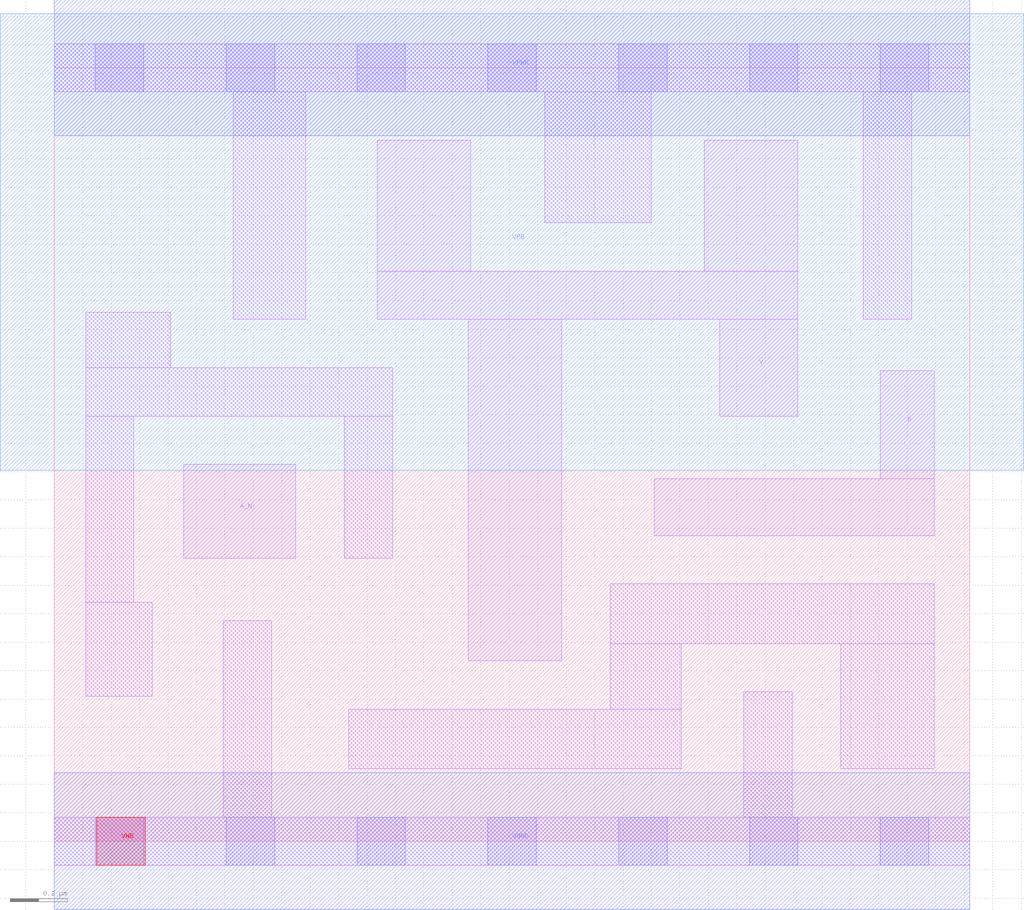
<source format=lef>
# Copyright 2020 The SkyWater PDK Authors
#
# Licensed under the Apache License, Version 2.0 (the "License");
# you may not use this file except in compliance with the License.
# You may obtain a copy of the License at
#
#     https://www.apache.org/licenses/LICENSE-2.0
#
# Unless required by applicable law or agreed to in writing, software
# distributed under the License is distributed on an "AS IS" BASIS,
# WITHOUT WARRANTIES OR CONDITIONS OF ANY KIND, either express or implied.
# See the License for the specific language governing permissions and
# limitations under the License.
#
# SPDX-License-Identifier: Apache-2.0

VERSION 5.7 ;
  NOWIREEXTENSIONATPIN ON ;
  DIVIDERCHAR "/" ;
  BUSBITCHARS "[]" ;
PROPERTYDEFINITIONS
  MACRO maskLayoutSubType STRING ;
  MACRO prCellType STRING ;
  MACRO originalViewName STRING ;
END PROPERTYDEFINITIONS
MACRO sky130_fd_sc_hdll__nand2b_2
  CLASS CORE ;
  FOREIGN sky130_fd_sc_hdll__nand2b_2 ;
  ORIGIN  0.000000  0.000000 ;
  SIZE  3.220000 BY  2.720000 ;
  SYMMETRY X Y R90 ;
  SITE unithd ;
  PIN A_N
    ANTENNAGATEAREA  0.138600 ;
    DIRECTION INPUT ;
    USE SIGNAL ;
    PORT
      LAYER li1 ;
        RECT 0.455000 0.995000 0.850000 1.325000 ;
    END
  END A_N
  PIN B
    ANTENNAGATEAREA  0.555000 ;
    DIRECTION INPUT ;
    USE SIGNAL ;
    PORT
      LAYER li1 ;
        RECT 2.110000 1.075000 3.095000 1.275000 ;
        RECT 2.905000 1.275000 3.095000 1.655000 ;
    END
  END B
  PIN Y
    ANTENNADIFFAREA  0.825500 ;
    DIRECTION OUTPUT ;
    USE SIGNAL ;
    PORT
      LAYER li1 ;
        RECT 1.135000 1.835000 2.615000 2.005000 ;
        RECT 1.135000 2.005000 1.465000 2.465000 ;
        RECT 1.455000 0.635000 1.785000 1.835000 ;
        RECT 2.285000 2.005000 2.615000 2.465000 ;
        RECT 2.340000 1.495000 2.615000 1.835000 ;
    END
  END Y
  PIN VGND
    DIRECTION INOUT ;
    USE GROUND ;
    PORT
      LAYER met1 ;
        RECT 0.000000 -0.240000 3.220000 0.240000 ;
    END
  END VGND
  PIN VNB
    DIRECTION INOUT ;
    USE GROUND ;
    PORT
      LAYER pwell ;
        RECT 0.150000 -0.085000 0.320000 0.085000 ;
    END
  END VNB
  PIN VPB
    DIRECTION INOUT ;
    USE POWER ;
    PORT
      LAYER nwell ;
        RECT -0.190000 1.305000 3.410000 2.910000 ;
    END
  END VPB
  PIN VPWR
    DIRECTION INOUT ;
    USE POWER ;
    PORT
      LAYER met1 ;
        RECT 0.000000 2.480000 3.220000 2.960000 ;
    END
  END VPWR
  OBS
    LAYER li1 ;
      RECT 0.000000 -0.085000 3.220000 0.085000 ;
      RECT 0.000000  2.635000 3.220000 2.805000 ;
      RECT 0.110000  0.510000 0.345000 0.840000 ;
      RECT 0.110000  0.840000 0.280000 1.495000 ;
      RECT 0.110000  1.495000 1.190000 1.665000 ;
      RECT 0.110000  1.665000 0.410000 1.860000 ;
      RECT 0.595000  0.085000 0.765000 0.775000 ;
      RECT 0.630000  1.835000 0.885000 2.635000 ;
      RECT 1.020000  0.995000 1.190000 1.495000 ;
      RECT 1.035000  0.255000 2.205000 0.465000 ;
      RECT 1.725000  2.175000 2.100000 2.635000 ;
      RECT 1.955000  0.465000 2.205000 0.695000 ;
      RECT 1.955000  0.695000 3.095000 0.905000 ;
      RECT 2.425000  0.085000 2.595000 0.525000 ;
      RECT 2.765000  0.255000 3.095000 0.695000 ;
      RECT 2.845000  1.835000 3.015000 2.635000 ;
    LAYER mcon ;
      RECT 0.145000 -0.085000 0.315000 0.085000 ;
      RECT 0.145000  2.635000 0.315000 2.805000 ;
      RECT 0.605000 -0.085000 0.775000 0.085000 ;
      RECT 0.605000  2.635000 0.775000 2.805000 ;
      RECT 1.065000 -0.085000 1.235000 0.085000 ;
      RECT 1.065000  2.635000 1.235000 2.805000 ;
      RECT 1.525000 -0.085000 1.695000 0.085000 ;
      RECT 1.525000  2.635000 1.695000 2.805000 ;
      RECT 1.985000 -0.085000 2.155000 0.085000 ;
      RECT 1.985000  2.635000 2.155000 2.805000 ;
      RECT 2.445000 -0.085000 2.615000 0.085000 ;
      RECT 2.445000  2.635000 2.615000 2.805000 ;
      RECT 2.905000 -0.085000 3.075000 0.085000 ;
      RECT 2.905000  2.635000 3.075000 2.805000 ;
  END
  PROPERTY maskLayoutSubType "abstract" ;
  PROPERTY prCellType "standard" ;
  PROPERTY originalViewName "layout" ;
END sky130_fd_sc_hdll__nand2b_2
END LIBRARY

</source>
